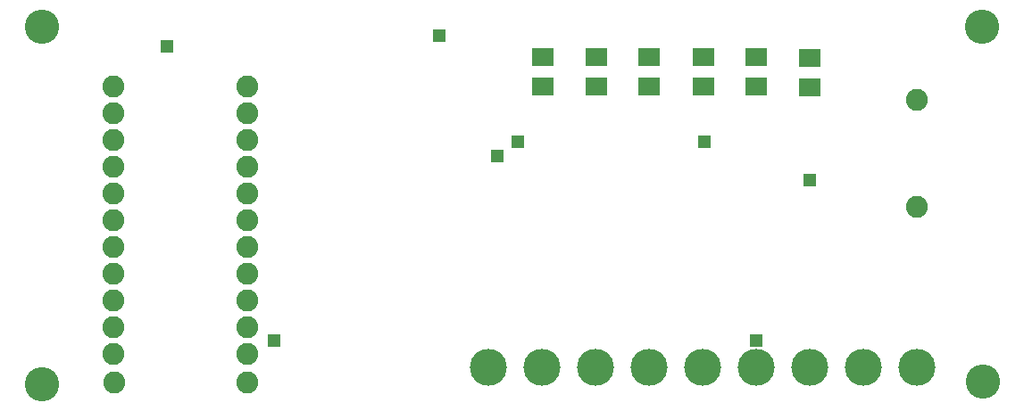
<source format=gts>
G75*
%MOIN*%
%OFA0B0*%
%FSLAX25Y25*%
%IPPOS*%
%LPD*%
%AMOC8*
5,1,8,0,0,1.08239X$1,22.5*
%
%ADD10C,0.08200*%
%ADD11C,0.12800*%
%ADD12R,0.07887X0.07099*%
%ADD13C,0.13800*%
%ADD14R,0.05162X0.05162*%
D10*
X0041918Y0015894D03*
X0041800Y0026800D03*
X0041800Y0036800D03*
X0041800Y0046800D03*
X0041800Y0056800D03*
X0041800Y0066800D03*
X0041800Y0076800D03*
X0041800Y0086800D03*
X0041800Y0096800D03*
X0041800Y0106800D03*
X0041800Y0116800D03*
X0041800Y0126800D03*
X0091800Y0126800D03*
X0091800Y0116800D03*
X0091800Y0106800D03*
X0091800Y0096800D03*
X0091800Y0086800D03*
X0091800Y0076800D03*
X0091800Y0066800D03*
X0091800Y0056800D03*
X0091800Y0046800D03*
X0091800Y0036800D03*
X0091800Y0026800D03*
X0091761Y0015973D03*
X0341800Y0081800D03*
X0341800Y0121800D03*
D11*
X0014831Y0015422D03*
X0014831Y0149162D03*
X0366091Y0149162D03*
X0366209Y0016209D03*
D12*
X0301721Y0126328D03*
X0301721Y0137351D03*
X0281820Y0137745D03*
X0261918Y0137745D03*
X0241505Y0137706D03*
X0221938Y0137548D03*
X0201918Y0137745D03*
X0201918Y0126721D03*
X0221938Y0126524D03*
X0241505Y0126682D03*
X0261918Y0126721D03*
X0281820Y0126721D03*
D13*
X0281800Y0021800D03*
X0261800Y0021800D03*
X0241800Y0021800D03*
X0221800Y0021800D03*
X0201800Y0021800D03*
X0181800Y0021800D03*
X0301800Y0021800D03*
X0321800Y0021800D03*
X0341800Y0021800D03*
D14*
X0281800Y0031800D03*
X0301800Y0091800D03*
X0262194Y0106131D03*
X0192509Y0106131D03*
X0185028Y0100619D03*
X0163454Y0145698D03*
X0061800Y0141800D03*
X0101800Y0031800D03*
M02*

</source>
